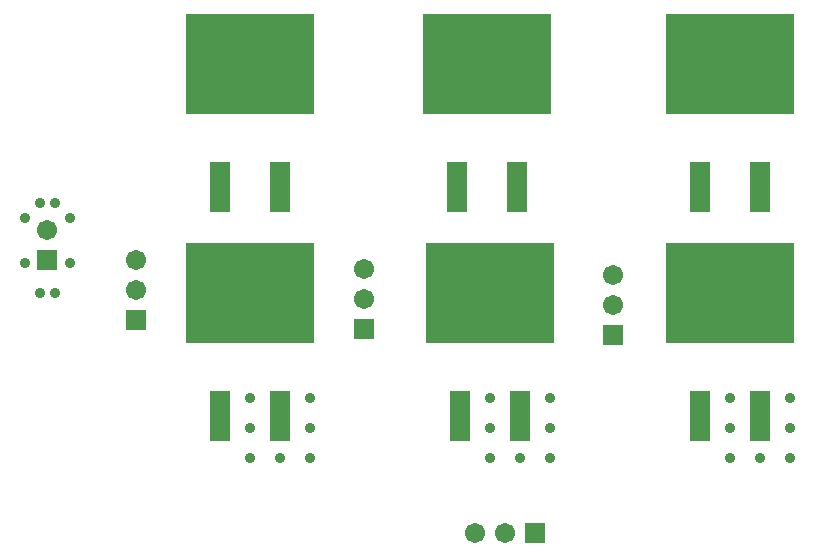
<source format=gts>
G04*
G04 #@! TF.GenerationSoftware,Altium Limited,Altium Designer,20.1.11 (218)*
G04*
G04 Layer_Color=8388736*
%FSLAX25Y25*%
%MOIN*%
G70*
G04*
G04 #@! TF.SameCoordinates,0A123B17-7C5E-4AB7-81A3-E10484C352A0*
G04*
G04*
G04 #@! TF.FilePolarity,Negative*
G04*
G01*
G75*
%ADD15R,0.06706X0.17139*%
%ADD16R,0.43123X0.33477*%
%ADD17C,0.06706*%
%ADD18R,0.06706X0.06706*%
%ADD19R,0.06706X0.06706*%
%ADD20C,0.03556*%
D15*
X235197Y54252D02*
D03*
X255197D02*
D03*
X75197D02*
D03*
X95197D02*
D03*
X154197Y130591D02*
D03*
X174197D02*
D03*
X235197D02*
D03*
X255197D02*
D03*
X75197D02*
D03*
X95197D02*
D03*
X155197Y54252D02*
D03*
X175197D02*
D03*
D16*
X245197Y95197D02*
D03*
X85197D02*
D03*
X164197Y171535D02*
D03*
X245197D02*
D03*
X85197D02*
D03*
X165197Y95197D02*
D03*
D17*
X17706Y116017D02*
D03*
X160197Y15197D02*
D03*
X170197D02*
D03*
X47197Y106197D02*
D03*
Y96197D02*
D03*
X123197Y103197D02*
D03*
Y93197D02*
D03*
X206197Y101197D02*
D03*
Y91197D02*
D03*
D18*
X17706Y106017D02*
D03*
X47197Y86197D02*
D03*
X123197Y83197D02*
D03*
X206197Y81197D02*
D03*
D19*
X180197Y15197D02*
D03*
D20*
X15197Y95197D02*
D03*
X20197D02*
D03*
X10197Y120197D02*
D03*
X15197Y125197D02*
D03*
X20197D02*
D03*
X25197Y120197D02*
D03*
X10197Y105197D02*
D03*
X25197D02*
D03*
X265197Y40197D02*
D03*
X255197D02*
D03*
X245197D02*
D03*
Y50197D02*
D03*
X255197D02*
D03*
X265197D02*
D03*
Y60197D02*
D03*
X255197D02*
D03*
X245197D02*
D03*
X185197Y40197D02*
D03*
X175197D02*
D03*
X165197D02*
D03*
Y50197D02*
D03*
X175197D02*
D03*
X185197D02*
D03*
Y60197D02*
D03*
X175197D02*
D03*
X95197D02*
D03*
X165197D02*
D03*
X95197Y50197D02*
D03*
Y40197D02*
D03*
X85197D02*
D03*
Y50197D02*
D03*
Y60197D02*
D03*
X105197Y40197D02*
D03*
Y50197D02*
D03*
Y60197D02*
D03*
X249197Y172197D02*
D03*
X239197D02*
D03*
X229197D02*
D03*
Y162197D02*
D03*
X239197D02*
D03*
X249197D02*
D03*
X259197D02*
D03*
Y172197D02*
D03*
Y182197D02*
D03*
X249197D02*
D03*
X239197D02*
D03*
X229197D02*
D03*
X180197Y160197D02*
D03*
X170197D02*
D03*
X160197D02*
D03*
X150197D02*
D03*
Y170197D02*
D03*
X160197D02*
D03*
X170197D02*
D03*
X180197D02*
D03*
Y180197D02*
D03*
X170197D02*
D03*
X160197D02*
D03*
X150197D02*
D03*
X90197Y170197D02*
D03*
X80197D02*
D03*
X70197D02*
D03*
Y160197D02*
D03*
X80197D02*
D03*
X90197D02*
D03*
X100197D02*
D03*
Y170197D02*
D03*
Y180197D02*
D03*
X90197D02*
D03*
X80197D02*
D03*
X70197D02*
D03*
M02*

</source>
